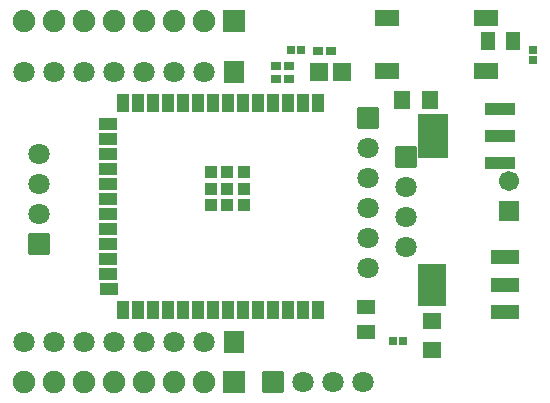
<source format=gts>
G04 Layer: TopSolderMaskLayer*
G04 EasyEDA v6.5.44, 2024-09-01 12:15:54*
G04 62699ee94d054cea995aae1e18215b50,9332716679504667801b7cb99b0421ba,10*
G04 Gerber Generator version 0.2*
G04 Scale: 100 percent, Rotated: No, Reflected: No *
G04 Dimensions in inches *
G04 leading zeros omitted , absolute positions ,3 integer and 6 decimal *
%FSLAX36Y36*%
%MOIN*%

%AMMACRO1*4,1,8,-0.0343,-0.0355,-0.0355,-0.0343,-0.0355,0.0343,-0.0343,0.0355,0.0343,0.0355,0.0355,0.0343,0.0355,-0.0343,0.0343,-0.0355,-0.0343,-0.0355,0*%
%AMMACRO2*4,1,8,-0.0318,-0.0355,-0.033,-0.0343,-0.033,0.0343,-0.0318,0.0355,0.0318,0.0355,0.033,0.0343,0.033,-0.0343,0.0318,-0.0355,-0.0318,-0.0355,0*%
%AMMACRO3*4,1,8,-0.0363,-0.0374,-0.0374,-0.0362,-0.0374,0.0363,-0.0363,0.0374,0.0362,0.0374,0.0374,0.0363,0.0374,-0.0362,0.0362,-0.0374,-0.0363,-0.0374,0*%
%AMMACRO4*4,1,8,-0.0304,-0.0256,-0.0315,-0.0244,-0.0315,0.0244,-0.0304,0.0256,0.0303,0.0256,0.0315,0.0244,0.0315,-0.0244,0.0303,-0.0256,-0.0304,-0.0256,0*%
%AMMACRO5*4,1,8,-0.0244,-0.0315,-0.0256,-0.0303,-0.0256,0.0304,-0.0244,0.0315,0.0244,0.0315,0.0256,0.0304,0.0256,-0.0303,0.0244,-0.0315,-0.0244,-0.0315,0*%
%AMMACRO6*4,1,8,-0.0441,-0.0709,-0.0453,-0.0697,-0.0453,0.0697,-0.0441,0.0709,0.0441,0.0709,0.0453,0.0697,0.0453,-0.0697,0.0441,-0.0709,-0.0441,-0.0709,0*%
%AMMACRO7*4,1,8,-0.0441,-0.0237,-0.0453,-0.0225,-0.0453,0.0225,-0.0441,0.0237,0.0441,0.0237,0.0453,0.0225,0.0453,-0.0225,0.0441,-0.0237,-0.0441,-0.0237,0*%
%AMMACRO8*4,1,8,-0.0441,-0.0236,-0.0453,-0.0225,-0.0453,0.0225,-0.0441,0.0236,0.0441,0.0236,0.0453,0.0225,0.0453,-0.0225,0.0441,-0.0236,-0.0441,-0.0236,0*%
%AMMACRO9*4,1,8,-0.0495,-0.0213,-0.0506,-0.0201,-0.0506,0.0201,-0.0495,0.0213,0.0494,0.0213,0.0506,0.0201,0.0506,-0.0201,0.0494,-0.0213,-0.0495,-0.0213,0*%
%AMMACRO10*4,1,8,-0.0495,-0.0729,-0.0506,-0.0717,-0.0506,0.0717,-0.0495,0.0729,0.0494,0.0729,0.0506,0.0717,0.0506,-0.0717,0.0494,-0.0729,-0.0495,-0.0729,0*%
%AMMACRO11*4,1,8,-0.0286,-0.0286,-0.0298,-0.0274,-0.0298,0.0274,-0.0286,0.0286,0.0286,0.0286,0.0298,0.0274,0.0298,-0.0274,0.0286,-0.0286,-0.0286,-0.0286,0*%
%AMMACRO12*4,1,8,-0.0164,-0.0126,-0.0176,-0.0114,-0.0176,0.0115,-0.0164,0.0126,0.0164,0.0126,0.0176,0.0115,0.0176,-0.0114,0.0164,-0.0126,-0.0164,-0.0126,0*%
%AMMACRO13*4,1,8,-0.0284,-0.0217,-0.0296,-0.0205,-0.0296,0.0205,-0.0284,0.0217,0.0284,0.0217,0.0296,0.0205,0.0296,-0.0205,0.0284,-0.0217,-0.0284,-0.0217,0*%
%AMMACRO14*4,1,8,-0.0205,-0.0295,-0.0217,-0.0284,-0.0217,0.0284,-0.0205,0.0295,0.0205,0.0295,0.0217,0.0284,0.0217,-0.0284,0.0205,-0.0295,-0.0205,-0.0295,0*%
%AMMACRO15*4,1,8,-0.012,-0.0126,-0.0131,-0.0115,-0.0131,0.0115,-0.012,0.0126,0.012,0.0126,0.0131,0.0115,0.0131,-0.0115,0.012,-0.0126,-0.012,-0.0126,0*%
%AMMACRO16*4,1,8,-0.0115,-0.0131,-0.0126,-0.012,-0.0126,0.012,-0.0115,0.0131,0.0115,0.0131,0.0126,0.012,0.0126,-0.012,0.0115,-0.0131,-0.0115,-0.0131,0*%
%AMMACRO17*4,1,8,-0.0115,-0.0131,-0.0126,-0.0119,-0.0126,0.012,-0.0115,0.0131,0.0115,0.0131,0.0126,0.012,0.0126,-0.0119,0.0115,-0.0131,-0.0115,-0.0131,0*%
%AMMACRO18*4,1,8,-0.012,-0.0126,-0.0131,-0.0114,-0.0131,0.0115,-0.012,0.0126,0.012,0.0126,0.0131,0.0115,0.0131,-0.0114,0.012,-0.0126,-0.012,-0.0126,0*%
%AMMACRO19*4,1,8,-0.0382,-0.0276,-0.0394,-0.0264,-0.0394,0.0264,-0.0382,0.0276,0.0382,0.0276,0.0394,0.0264,0.0394,-0.0264,0.0382,-0.0276,-0.0382,-0.0276,0*%
%AMMACRO20*4,1,8,-0.0185,-0.0315,-0.0197,-0.0303,-0.0197,0.0303,-0.0185,0.0315,0.0185,0.0315,0.0197,0.0303,0.0197,-0.0303,0.0185,-0.0315,-0.0185,-0.0315,0*%
%AMMACRO21*4,1,8,-0.0304,-0.0197,-0.0315,-0.0185,-0.0315,0.0185,-0.0304,0.0197,0.0303,0.0197,0.0315,0.0185,0.0315,-0.0185,0.0303,-0.0197,-0.0304,-0.0197,0*%
%AMMACRO22*4,1,8,-0.0303,-0.0197,-0.0315,-0.0185,-0.0315,0.0185,-0.0303,0.0197,0.0303,0.0197,0.0315,0.0185,0.0315,-0.0185,0.0303,-0.0197,-0.0303,-0.0197,0*%
%AMMACRO23*4,1,8,-0.0185,-0.0197,-0.0197,-0.0185,-0.0197,0.0185,-0.0185,0.0197,0.0185,0.0197,0.0197,0.0185,0.0197,-0.0185,0.0185,-0.0197,-0.0185,-0.0197,0*%
%AMMACRO24*4,1,8,-0.0323,-0.0335,-0.0335,-0.0323,-0.0335,0.0323,-0.0323,0.0335,0.0323,0.0335,0.0335,0.0323,0.0335,-0.0323,0.0323,-0.0335,-0.0323,-0.0335,0*%
%ADD10MACRO1*%
%ADD11C,0.0709*%
%ADD12MACRO2*%
%ADD13MACRO3*%
%ADD14C,0.0749*%
%ADD15MACRO4*%
%ADD16MACRO5*%
%ADD17MACRO6*%
%ADD18MACRO7*%
%ADD19MACRO8*%
%ADD20MACRO9*%
%ADD21MACRO10*%
%ADD22MACRO11*%
%ADD23MACRO12*%
%ADD24MACRO13*%
%ADD25MACRO14*%
%ADD26MACRO15*%
%ADD27MACRO16*%
%ADD28MACRO17*%
%ADD29MACRO18*%
%ADD30MACRO19*%
%ADD31MACRO20*%
%ADD32MACRO21*%
%ADD33MACRO22*%
%ADD34MACRO23*%
%ADD35MACRO24*%
%ADD36C,0.0670*%

%LPD*%
D10*
G01*
X2497334Y2265664D03*
D11*
G01*
X2497330Y2165670D03*
G01*
X2497330Y2065670D03*
G01*
X2497330Y1965670D03*
G01*
X1225000Y2550000D03*
G01*
X1325000Y2550000D03*
G01*
X1425000Y2550000D03*
G01*
X1525000Y2550000D03*
G01*
X1625000Y2550000D03*
G01*
X1725000Y2550000D03*
G01*
X1825000Y2550000D03*
D12*
G01*
X1925000Y2549994D03*
D13*
G01*
X1925000Y1515000D03*
D14*
G01*
X1825000Y1515000D03*
G01*
X1725000Y1515000D03*
G01*
X1625000Y1515000D03*
G01*
X1525000Y1515000D03*
G01*
X1425000Y1515000D03*
G01*
X1325000Y1515000D03*
G01*
X1225000Y1515000D03*
D11*
G01*
X1225000Y1650000D03*
G01*
X1325000Y1650000D03*
G01*
X1425000Y1650000D03*
G01*
X1525000Y1650000D03*
G01*
X1625000Y1650000D03*
G01*
X1725000Y1650000D03*
G01*
X1825000Y1650000D03*
D12*
G01*
X1925000Y1649994D03*
D10*
G01*
X2370004Y2394994D03*
D11*
G01*
X2370000Y2295000D03*
G01*
X2370000Y2195000D03*
G01*
X2370000Y2095000D03*
G01*
X2370000Y1995000D03*
G01*
X2370000Y1895000D03*
D15*
G01*
X2585000Y1717239D03*
G01*
X2585000Y1622760D03*
D16*
G01*
X2577240Y2455000D03*
G01*
X2482759Y2455000D03*
D17*
G01*
X2583000Y1840000D03*
D18*
G01*
X2826999Y1930550D03*
D19*
G01*
X2826999Y1840000D03*
D18*
G01*
X2826999Y1749445D03*
D20*
G01*
X2811615Y2244449D03*
G01*
X2811615Y2335000D03*
G01*
X2811615Y2425550D03*
D21*
G01*
X2588384Y2335000D03*
D22*
G01*
X2205630Y2549994D03*
G01*
X2284375Y2549994D03*
D23*
G01*
X2203540Y2620000D03*
G01*
X2246459Y2620000D03*
G01*
X2106459Y2570000D03*
G01*
X2063540Y2570000D03*
D10*
G01*
X1275000Y1974994D03*
D11*
G01*
X1275000Y2075000D03*
G01*
X1275000Y2175000D03*
G01*
X1275000Y2275000D03*
D10*
G01*
X2055004Y1514994D03*
D11*
G01*
X2155000Y1515000D03*
G01*
X2255000Y1515000D03*
G01*
X2355000Y1515000D03*
D13*
G01*
X1925000Y2720000D03*
D14*
G01*
X1825000Y2720000D03*
G01*
X1725000Y2720000D03*
G01*
X1625000Y2720000D03*
G01*
X1525000Y2720000D03*
G01*
X1425000Y2720000D03*
G01*
X1325000Y2720000D03*
G01*
X1225000Y2720000D03*
D24*
G01*
X2362570Y1763925D03*
G01*
X2362570Y1681225D03*
D25*
G01*
X2770495Y2652370D03*
G01*
X2853195Y2652370D03*
D26*
G01*
X2488045Y1653070D03*
G01*
X2453964Y1653070D03*
D27*
G01*
X2920000Y2587954D03*
D28*
G01*
X2920000Y2622039D03*
D29*
G01*
X2148505Y2621430D03*
G01*
X2114425Y2621430D03*
D30*
G01*
X2433645Y2729580D03*
G01*
X2764355Y2729580D03*
G01*
X2433645Y2552420D03*
G01*
X2764355Y2552420D03*
D31*
G01*
X2205195Y2444490D03*
G01*
X2155195Y2444490D03*
G01*
X2105195Y2444490D03*
G01*
X2055195Y2444490D03*
G01*
X2005195Y2444490D03*
G01*
X1955195Y2444490D03*
G01*
X1905195Y2444490D03*
G01*
X1855195Y2444490D03*
G01*
X1805195Y2444490D03*
G01*
X1755195Y2444490D03*
G01*
X1705195Y2444490D03*
G01*
X1655195Y2444490D03*
G01*
X1605195Y2444490D03*
G01*
X1555195Y2444490D03*
D32*
G01*
X1504800Y2375000D03*
G01*
X1504800Y2325000D03*
G01*
X1504800Y2275000D03*
G01*
X1504800Y2225000D03*
G01*
X1504800Y2175000D03*
G01*
X1504800Y2125000D03*
G01*
X1504800Y2075000D03*
G01*
X1504800Y2025000D03*
G01*
X1504800Y1975000D03*
G01*
X1504800Y1925000D03*
G01*
X1504800Y1875000D03*
D33*
G01*
X1505984Y1825000D03*
D31*
G01*
X1555195Y1755509D03*
G01*
X1605195Y1755509D03*
G01*
X1655195Y1755509D03*
G01*
X1705195Y1755509D03*
G01*
X1755195Y1755509D03*
G01*
X1805195Y1755509D03*
G01*
X1855195Y1755509D03*
G01*
X1905195Y1755509D03*
G01*
X1955195Y1755509D03*
G01*
X2005195Y1755509D03*
G01*
X2055195Y1755509D03*
G01*
X2105195Y1755509D03*
G01*
X2155195Y1755509D03*
G01*
X2205195Y1755509D03*
D34*
G01*
X1901255Y2159060D03*
G01*
X1901255Y2214175D03*
G01*
X1901255Y2103940D03*
G01*
X1956375Y2103940D03*
G01*
X1956375Y2159060D03*
G01*
X1956375Y2214175D03*
G01*
X1846134Y2214175D03*
G01*
X1846134Y2159060D03*
G01*
X1846134Y2103940D03*
D35*
G01*
X2840000Y2085000D03*
D36*
G01*
X2840000Y2185000D03*
D23*
G01*
X2106459Y2525000D03*
G01*
X2063540Y2525000D03*
M02*

</source>
